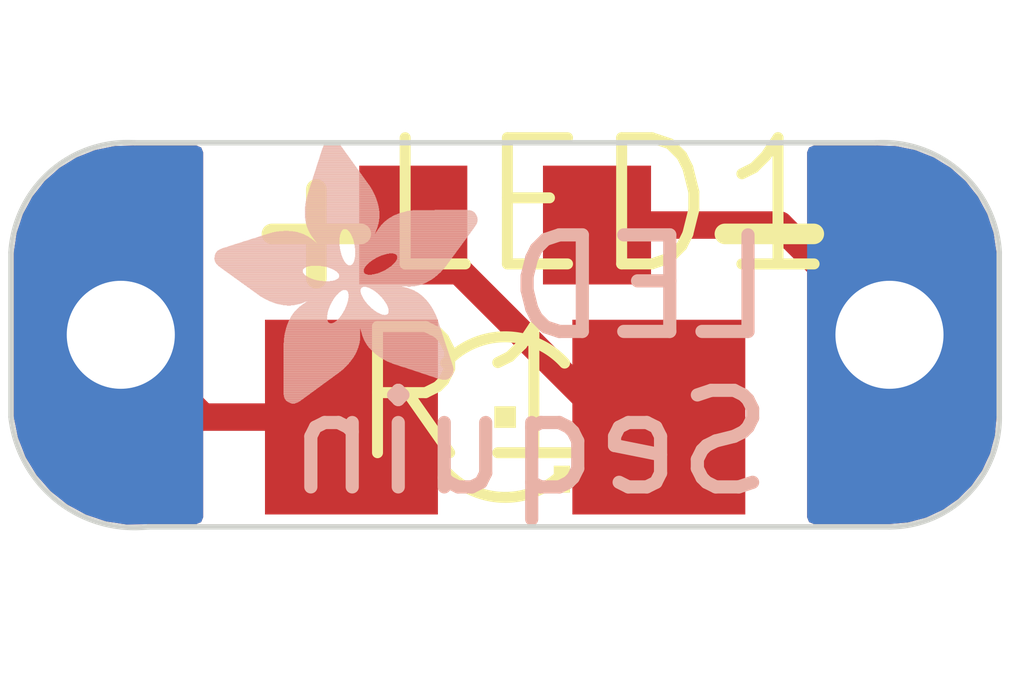
<source format=kicad_pcb>
(kicad_pcb (version 20221018) (generator pcbnew)
  (layers (0 "F.Cu" signal) (31 "B.Cu" signal) (34 "B.Paste" user) (35 "F.Paste" user) (36 "B.SilkS" user "B.Silkscreen") (37 "F.SilkS" user "F.Silkscreen") (38 "B.Mask" user) (39 "F.Mask" user) (44 "Edge.Cuts" user))
  (net 0 "")
  (net 1 "N$1")
  (net 2 "+")
  (net 3 "-")
  (footprint "working:R0603" (layer "F.Cu") (at 148.5011 103.985035 180)
    (fp_text reference "R1" (at -0.889 -0.889 180) (layer "F.SilkS") (effects (font (size 1.1684 1.1684) (thickness 0.1016)) (justify right top)))
    (fp_text value "")
    (pad "1" smd rect (at -0.85 0 180) (size 1 1.1) (layers "F.Cu" "F.Paste" "F.Mask") (net 3 "-"))
    (pad "2" smd rect (at 0.85 0 180) (size 1 1.1) (layers "F.Cu" "F.Paste" "F.Mask") (net 1 "N$1"))
  )
  (footprint "working:1206" (layer "F.Cu") (at 148.5011 105.763035)
    (fp_text reference "LED1" (at -1.27 -1.27) (layer "F.SilkS") (effects (font (size 1.1684 1.1684) (thickness 0.1016)) (justify left bottom)))
    (fp_text value "")
    (pad "A" smd rect (at -1.422 0) (size 1.6 1.803) (layers "F.Cu" "F.Paste" "F.Mask") (net 2 "+"))
    (pad "C" smd rect (at 1.422 0) (size 1.6 1.803) (layers "F.Cu" "F.Paste" "F.Mask") (net 1 "N$1"))
  )
  (footprint "working:ADAFRUIT_2.5MM" (layer "B.Cu") (at 148.2471 105.636035 180)
    (fp_text reference "U$1" hide)
    (fp_text value "" hide)
  )
  (gr_line (start 143.9291 105.763035) (end 143.9291 104.239035) (stroke (width 0.05)) (layer "Edge.Cuts"))
  (gr_arc (start 143.9291 104.239035) (mid 144.289997 103.494107) (end 145.0721 103.223035) (stroke (width 0.05)) (layer "Edge.Cuts"))
  (gr_line (start 145.0721 103.223035) (end 151.9301 103.223035) (stroke (width 0.05)) (layer "Edge.Cuts"))
  (gr_line (start 152.0571 106.779035) (end 145.1991 106.779035) (stroke (width 0.05)) (layer "Edge.Cuts"))
  (gr_arc (start 151.9301 103.223035) (mid 152.712021 103.494312) (end 153.073101 104.239036) (stroke (width 0.05)) (layer "Edge.Cuts"))
  (gr_arc (start 153.0731 105.763035) (mid 152.77552 106.481455) (end 152.057099 106.779034) (stroke (width 0.05)) (layer "Edge.Cuts"))
  (gr_arc (start 145.1991 106.779035) (mid 144.353679 106.53406) (end 143.929099 105.763034) (stroke (width 0.05)) (layer "Edge.Cuts"))
  (gr_line (start 153.0731 104.239035) (end 153.0731 105.763035) (stroke (width 0.05)) (layer "Edge.Cuts"))
  (gr_text "LED\nSequin" (at 151.0411 106.525035) (layer "B.SilkS") (effects (font (size 0.89408 0.89408) (thickness 0.12192)) (justify left bottom mirror)))
  (gr_text "-" (at 150.1521 104.620035) (layer "F.SilkS") (effects (font (size 1.0795 1.0795) (thickness 0.1905)) (justify left bottom)))
  (gr_text "+" (at 145.9611 104.620035) (layer "F.SilkS") (effects (font (size 1.0795 1.0795) (thickness 0.1905)) (justify left bottom)))
  (segment (start 149.9231 105.763035) (end 149.4291 105.763035) (width 0.254) (layer "F.Cu") (net 1))
  (segment (start 149.4291 105.763035) (end 147.6511 103.985035) (width 0.254) (layer "F.Cu") (net 1))
  (segment (start 144.9451 105.001035) (end 145.7071 105.763035) (width 0.254) (layer "F.Cu") (net 2))
  (segment (start 145.7071 105.763035) (end 147.0791 105.763035) (width 0.254) (layer "F.Cu") (net 2))
  (via (at 144.9451 105.001035) (size 1.4064) (drill 1) (layers "F.Cu" "B.Cu") (net 2))
  (segment (start 151.0411 103.985035) (end 152.0571 105.001035) (width 0.254) (layer "F.Cu") (net 3))
  (segment (start 149.3511 103.985035) (end 151.0411 103.985035) (width 0.254) (layer "F.Cu") (net 3))
  (via (at 152.0571 105.001035) (size 1.4064) (drill 1) (layers "F.Cu" "B.Cu") (net 3))
  (zone (net 3) (net_name "-") (layer "F.Cu") (priority 6) (connect_pads (clearance 0.000001)) (min_thickness 0.127) (fill yes (thermal_gap 0.304) (thermal_bridge_width 0.304))
    (polygon (pts (xy 152.368607 103.134274) (xy 152.593945 103.238565) (xy 152.789492 103.381086) (xy 152.953477 103.559018) (xy 153.079598 103.765523) (xy 153.163009 103.992664) (xy 153.181147 104.108304) (xy 153.191505 104.107953) (xy 153.303121 105.754292) (xy 153.210555 106.028413) (xy 153.078588 106.269837) (xy 152.906691 106.484668) (xy 152.70009 106.666373) (xy 152.465068 106.809431) (xy 152.208769 106.909489) (xy 151.938987 106.963507) (xy 151.663921 106.969842) (xy 151.286551 106.912205) (xy 151.2951 106.799607) (xy 151.2951 103.070635) (xy 151.913537 103.070635)))
  )
  (zone (net 2) (net_name "+") (layer "F.Cu") (priority 6) (connect_pads (clearance 0.000001)) (min_thickness 0.127) (fill yes (thermal_gap 0.304) (thermal_bridge_width 0.304))
    (polygon (pts (xy 145.380939 103.019424) (xy 145.7071 103.097426) (xy 145.7071 106.905958) (xy 145.377333 106.980413) (xy 145.129958 106.992179) (xy 144.884296 106.960811) (xy 144.647814 106.88726) (xy 144.427697 106.773762) (xy 144.230632 106.623765) (xy 144.062608 106.441828) (xy 143.928729 106.233476) (xy 143.869999 106.093235) (xy 143.8275 106.093235) (xy 143.8275 103.984111) (xy 143.931428 103.74418) (xy 144.067077 103.538643) (xy 144.236368 103.359794) (xy 144.434153 103.213074) (xy 144.654419 103.102941) (xy 144.890467 103.032745) (xy 145.135121 103.004622)))
  )
  (zone (net 2) (net_name "+") (layer "B.Cu") (priority 6) (connect_pads (clearance 0.000001)) (min_thickness 0.127) (fill yes (thermal_gap 0.304) (thermal_bridge_width 0.304))
    (polygon (pts (xy 145.380959 103.019382) (xy 146.656264 103.324635) (xy 145.7071 103.324635) (xy 145.7071 106.905958) (xy 145.377333 106.980413) (xy 145.129958 106.992179) (xy 144.884296 106.960811) (xy 144.647814 106.88726) (xy 144.427697 106.773762) (xy 144.230632 106.623765) (xy 144.062608 106.441828) (xy 143.928729 106.233476) (xy 143.869999 106.093235) (xy 143.8275 106.093235) (xy 143.8275 103.978285) (xy 144.063155 103.542673) (xy 144.2363 103.359717) (xy 144.434094 103.212975) (xy 144.654378 103.102833) (xy 144.890448 103.032644) (xy 145.135123 103.004542)))
  )
  (zone (net 3) (net_name "-") (layer "B.Cu") (priority 6) (connect_pads (clearance 0.000001)) (min_thickness 0.127) (fill yes (thermal_gap 0.304) (thermal_bridge_width 0.304))
    (polygon (pts (xy 152.214665 103.101141) (xy 152.471394 103.204506) (xy 152.706272 103.35088) (xy 152.912166 103.535817) (xy 153.082818 103.753697) (xy 153.213042 103.997901) (xy 153.266853 104.162835) (xy 153.3017 104.162835) (xy 153.3017 105.889075) (xy 153.197525 106.149716) (xy 153.05668 106.376974) (xy 152.878502 106.576311) (xy 152.668406 106.741669) (xy 152.432781 106.868017) (xy 152.178792 106.951518) (xy 151.914159 106.98963) (xy 151.646929 106.981196) (xy 151.2951 106.907625) (xy 151.2951 103.077262) (xy 151.938399 103.042769)))
  )
)
</source>
